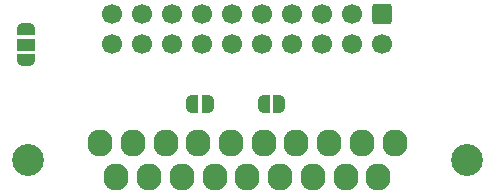
<source format=gbr>
%TF.GenerationSoftware,KiCad,Pcbnew,7.0.9*%
%TF.CreationDate,2024-01-09T00:20:39-06:00*%
%TF.ProjectId,db19-to-idc20,64623139-2d74-46f2-9d69-646332302e6b,1.1*%
%TF.SameCoordinates,Original*%
%TF.FileFunction,Soldermask,Top*%
%TF.FilePolarity,Negative*%
%FSLAX46Y46*%
G04 Gerber Fmt 4.6, Leading zero omitted, Abs format (unit mm)*
G04 Created by KiCad (PCBNEW 7.0.9) date 2024-01-09 00:20:39*
%MOMM*%
%LPD*%
G01*
G04 APERTURE LIST*
G04 Aperture macros list*
%AMRoundRect*
0 Rectangle with rounded corners*
0 $1 Rounding radius*
0 $2 $3 $4 $5 $6 $7 $8 $9 X,Y pos of 4 corners*
0 Add a 4 corners polygon primitive as box body*
4,1,4,$2,$3,$4,$5,$6,$7,$8,$9,$2,$3,0*
0 Add four circle primitives for the rounded corners*
1,1,$1+$1,$2,$3*
1,1,$1+$1,$4,$5*
1,1,$1+$1,$6,$7*
1,1,$1+$1,$8,$9*
0 Add four rect primitives between the rounded corners*
20,1,$1+$1,$2,$3,$4,$5,0*
20,1,$1+$1,$4,$5,$6,$7,0*
20,1,$1+$1,$6,$7,$8,$9,0*
20,1,$1+$1,$8,$9,$2,$3,0*%
%AMFreePoly0*
4,1,19,0.000000,0.744911,0.071157,0.744911,0.207708,0.704816,0.327430,0.627875,0.420627,0.520320,0.479746,0.390866,0.500000,0.250000,0.500000,-0.250000,0.479746,-0.390866,0.420627,-0.520320,0.327430,-0.627875,0.207708,-0.704816,0.071157,-0.744911,0.000000,-0.744911,0.000000,-0.750000,-0.550000,-0.750000,-0.550000,0.750000,0.000000,0.750000,0.000000,0.744911,0.000000,0.744911,
$1*%
%AMFreePoly1*
4,1,19,0.550000,-0.750000,0.000000,-0.750000,0.000000,-0.744911,-0.071157,-0.744911,-0.207708,-0.704816,-0.327430,-0.627875,-0.420627,-0.520320,-0.479746,-0.390866,-0.500000,-0.250000,-0.500000,0.250000,-0.479746,0.390866,-0.420627,0.520320,-0.327430,0.627875,-0.207708,0.704816,-0.071157,0.744911,0.000000,0.744911,0.000000,0.750000,0.550000,0.750000,0.550000,-0.750000,0.550000,-0.750000,
$1*%
%AMFreePoly2*
4,1,19,0.500000,-0.750000,0.000000,-0.750000,0.000000,-0.744911,-0.071157,-0.744911,-0.207708,-0.704816,-0.327430,-0.627875,-0.420627,-0.520320,-0.479746,-0.390866,-0.500000,-0.250000,-0.500000,0.250000,-0.479746,0.390866,-0.420627,0.520320,-0.327430,0.627875,-0.207708,0.704816,-0.071157,0.744911,0.000000,0.744911,0.000000,0.750000,0.500000,0.750000,0.500000,-0.750000,0.500000,-0.750000,
$1*%
%AMFreePoly3*
4,1,19,0.000000,0.744911,0.071157,0.744911,0.207708,0.704816,0.327430,0.627875,0.420627,0.520320,0.479746,0.390866,0.500000,0.250000,0.500000,-0.250000,0.479746,-0.390866,0.420627,-0.520320,0.327430,-0.627875,0.207708,-0.704816,0.071157,-0.744911,0.000000,-0.744911,0.000000,-0.750000,-0.500000,-0.750000,-0.500000,0.750000,0.000000,0.750000,0.000000,0.744911,0.000000,0.744911,
$1*%
G04 Aperture macros list end*
%ADD10C,2.700000*%
%ADD11O,2.100000X2.300000*%
%ADD12FreePoly0,270.000000*%
%ADD13R,1.500000X1.000000*%
%ADD14FreePoly1,270.000000*%
%ADD15FreePoly2,0.000000*%
%ADD16FreePoly3,0.000000*%
%ADD17C,1.700000*%
%ADD18RoundRect,0.250000X-0.600000X0.600000X-0.600000X-0.600000X0.600000X-0.600000X0.600000X0.600000X0*%
G04 APERTURE END LIST*
D10*
%TO.C,J1*%
X173368000Y-128270000D03*
X136178000Y-128270000D03*
D11*
X167238000Y-126850000D03*
X164468000Y-126850000D03*
X161698000Y-126850000D03*
X158928000Y-126850000D03*
X156158000Y-126850000D03*
X153388000Y-126850000D03*
X150618000Y-126850000D03*
X147848000Y-126850000D03*
X145078000Y-126850000D03*
X142308000Y-126850000D03*
X165853000Y-129690000D03*
X163083000Y-129690000D03*
X160313000Y-129690000D03*
X157543000Y-129690000D03*
X154773000Y-129690000D03*
X152003000Y-129690000D03*
X149233000Y-129690000D03*
X146463000Y-129690000D03*
X143693000Y-129690000D03*
%TD*%
D12*
%TO.C,JP4*%
X136017000Y-119821000D03*
D13*
X136017000Y-118521000D03*
D14*
X136017000Y-117221000D03*
%TD*%
D15*
%TO.C,JP2*%
X150114000Y-123571000D03*
D16*
X151414000Y-123571000D03*
%TD*%
D15*
%TO.C,JP1*%
X156180000Y-123571000D03*
D16*
X157480000Y-123571000D03*
%TD*%
D17*
%TO.C,J2*%
X143343000Y-118491000D03*
X143343000Y-115951000D03*
X145883000Y-118491000D03*
X145883000Y-115951000D03*
X148423000Y-118491000D03*
X148423000Y-115951000D03*
X150963000Y-118491000D03*
X150963000Y-115951000D03*
X153503000Y-118491000D03*
X153503000Y-115951000D03*
X156043000Y-118491000D03*
X156043000Y-115951000D03*
X158583000Y-118491000D03*
X158583000Y-115951000D03*
X161123000Y-118491000D03*
X161123000Y-115951000D03*
X163663000Y-118491000D03*
X163663000Y-115951000D03*
X166203000Y-118491000D03*
D18*
X166203000Y-115951000D03*
%TD*%
M02*

</source>
